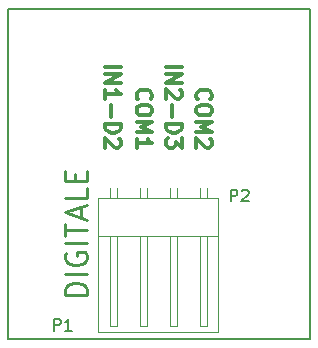
<source format=gbr>
G04 #@! TF.FileFunction,Legend,Top*
%FSLAX46Y46*%
G04 Gerber Fmt 4.6, Leading zero omitted, Abs format (unit mm)*
G04 Created by KiCad (PCBNEW 4.0.5) date 04/10/19 11:09:46*
%MOMM*%
%LPD*%
G01*
G04 APERTURE LIST*
%ADD10C,0.100000*%
%ADD11C,0.250000*%
%ADD12C,0.150000*%
%ADD13C,0.300000*%
%ADD14C,0.120000*%
G04 APERTURE END LIST*
D10*
D11*
X145325286Y-87003572D02*
X143525286Y-87003572D01*
X143525286Y-86575000D01*
X143611000Y-86317857D01*
X143782429Y-86146429D01*
X143953857Y-86060714D01*
X144296714Y-85975000D01*
X144553857Y-85975000D01*
X144896714Y-86060714D01*
X145068143Y-86146429D01*
X145239571Y-86317857D01*
X145325286Y-86575000D01*
X145325286Y-87003572D01*
X145325286Y-85203572D02*
X143525286Y-85203572D01*
X143611000Y-83403571D02*
X143525286Y-83575000D01*
X143525286Y-83832143D01*
X143611000Y-84089286D01*
X143782429Y-84260714D01*
X143953857Y-84346429D01*
X144296714Y-84432143D01*
X144553857Y-84432143D01*
X144896714Y-84346429D01*
X145068143Y-84260714D01*
X145239571Y-84089286D01*
X145325286Y-83832143D01*
X145325286Y-83660714D01*
X145239571Y-83403571D01*
X145153857Y-83317857D01*
X144553857Y-83317857D01*
X144553857Y-83660714D01*
X145325286Y-82546429D02*
X143525286Y-82546429D01*
X143525286Y-81946428D02*
X143525286Y-80917857D01*
X145325286Y-81432143D02*
X143525286Y-81432143D01*
X144811000Y-80403571D02*
X144811000Y-79546428D01*
X145325286Y-80574999D02*
X143525286Y-79974999D01*
X145325286Y-79374999D01*
X145325286Y-77917857D02*
X145325286Y-78775000D01*
X143525286Y-78775000D01*
X144382429Y-77317857D02*
X144382429Y-76717857D01*
X145325286Y-76460714D02*
X145325286Y-77317857D01*
X143525286Y-77317857D01*
X143525286Y-76460714D01*
D12*
X164241000Y-62745000D02*
X138711000Y-62745000D01*
X164241000Y-90675000D02*
X164241000Y-62745000D01*
X138711000Y-90675000D02*
X164241000Y-90675000D01*
X138711000Y-62745000D02*
X138711000Y-90675000D01*
D13*
X154746714Y-70391667D02*
X154684810Y-70329762D01*
X154622905Y-70144048D01*
X154622905Y-70020238D01*
X154684810Y-69834524D01*
X154808619Y-69710715D01*
X154932429Y-69648810D01*
X155180048Y-69586905D01*
X155365762Y-69586905D01*
X155613381Y-69648810D01*
X155737190Y-69710715D01*
X155861000Y-69834524D01*
X155922905Y-70020238D01*
X155922905Y-70144048D01*
X155861000Y-70329762D01*
X155799095Y-70391667D01*
X155922905Y-71196429D02*
X155922905Y-71444048D01*
X155861000Y-71567857D01*
X155737190Y-71691667D01*
X155489571Y-71753572D01*
X155056238Y-71753572D01*
X154808619Y-71691667D01*
X154684810Y-71567857D01*
X154622905Y-71444048D01*
X154622905Y-71196429D01*
X154684810Y-71072619D01*
X154808619Y-70948810D01*
X155056238Y-70886905D01*
X155489571Y-70886905D01*
X155737190Y-70948810D01*
X155861000Y-71072619D01*
X155922905Y-71196429D01*
X154622905Y-72310715D02*
X155922905Y-72310715D01*
X154994333Y-72744048D01*
X155922905Y-73177381D01*
X154622905Y-73177381D01*
X155799095Y-73734524D02*
X155861000Y-73796429D01*
X155922905Y-73920238D01*
X155922905Y-74229762D01*
X155861000Y-74353572D01*
X155799095Y-74415476D01*
X155675286Y-74477381D01*
X155551476Y-74477381D01*
X155365762Y-74415476D01*
X154622905Y-73672619D01*
X154622905Y-74477381D01*
X152072905Y-67667857D02*
X153372905Y-67667857D01*
X152072905Y-68286905D02*
X153372905Y-68286905D01*
X152072905Y-69029762D01*
X153372905Y-69029762D01*
X153249095Y-69586905D02*
X153311000Y-69648810D01*
X153372905Y-69772619D01*
X153372905Y-70082143D01*
X153311000Y-70205953D01*
X153249095Y-70267857D01*
X153125286Y-70329762D01*
X153001476Y-70329762D01*
X152815762Y-70267857D01*
X152072905Y-69525000D01*
X152072905Y-70329762D01*
X152568143Y-70886905D02*
X152568143Y-71877381D01*
X152072905Y-72496429D02*
X153372905Y-72496429D01*
X153372905Y-72805953D01*
X153311000Y-72991667D01*
X153187190Y-73115476D01*
X153063381Y-73177381D01*
X152815762Y-73239286D01*
X152630048Y-73239286D01*
X152382429Y-73177381D01*
X152258619Y-73115476D01*
X152134810Y-72991667D01*
X152072905Y-72805953D01*
X152072905Y-72496429D01*
X153372905Y-73672619D02*
X153372905Y-74477381D01*
X152877667Y-74044048D01*
X152877667Y-74229762D01*
X152815762Y-74353572D01*
X152753857Y-74415476D01*
X152630048Y-74477381D01*
X152320524Y-74477381D01*
X152196714Y-74415476D01*
X152134810Y-74353572D01*
X152072905Y-74229762D01*
X152072905Y-73858334D01*
X152134810Y-73734524D01*
X152196714Y-73672619D01*
X149696714Y-70391667D02*
X149634810Y-70329762D01*
X149572905Y-70144048D01*
X149572905Y-70020238D01*
X149634810Y-69834524D01*
X149758619Y-69710715D01*
X149882429Y-69648810D01*
X150130048Y-69586905D01*
X150315762Y-69586905D01*
X150563381Y-69648810D01*
X150687190Y-69710715D01*
X150811000Y-69834524D01*
X150872905Y-70020238D01*
X150872905Y-70144048D01*
X150811000Y-70329762D01*
X150749095Y-70391667D01*
X150872905Y-71196429D02*
X150872905Y-71444048D01*
X150811000Y-71567857D01*
X150687190Y-71691667D01*
X150439571Y-71753572D01*
X150006238Y-71753572D01*
X149758619Y-71691667D01*
X149634810Y-71567857D01*
X149572905Y-71444048D01*
X149572905Y-71196429D01*
X149634810Y-71072619D01*
X149758619Y-70948810D01*
X150006238Y-70886905D01*
X150439571Y-70886905D01*
X150687190Y-70948810D01*
X150811000Y-71072619D01*
X150872905Y-71196429D01*
X149572905Y-72310715D02*
X150872905Y-72310715D01*
X149944333Y-72744048D01*
X150872905Y-73177381D01*
X149572905Y-73177381D01*
X149572905Y-74477381D02*
X149572905Y-73734524D01*
X149572905Y-74105953D02*
X150872905Y-74105953D01*
X150687190Y-73982143D01*
X150563381Y-73858334D01*
X150501476Y-73734524D01*
X146922905Y-67667857D02*
X148222905Y-67667857D01*
X146922905Y-68286905D02*
X148222905Y-68286905D01*
X146922905Y-69029762D01*
X148222905Y-69029762D01*
X146922905Y-70329762D02*
X146922905Y-69586905D01*
X146922905Y-69958334D02*
X148222905Y-69958334D01*
X148037190Y-69834524D01*
X147913381Y-69710715D01*
X147851476Y-69586905D01*
X147418143Y-70886905D02*
X147418143Y-71877381D01*
X146922905Y-72496429D02*
X148222905Y-72496429D01*
X148222905Y-72805953D01*
X148161000Y-72991667D01*
X148037190Y-73115476D01*
X147913381Y-73177381D01*
X147665762Y-73239286D01*
X147480048Y-73239286D01*
X147232429Y-73177381D01*
X147108619Y-73115476D01*
X146984810Y-72991667D01*
X146922905Y-72805953D01*
X146922905Y-72496429D01*
X148099095Y-73734524D02*
X148161000Y-73796429D01*
X148222905Y-73920238D01*
X148222905Y-74229762D01*
X148161000Y-74353572D01*
X148099095Y-74415476D01*
X147975286Y-74477381D01*
X147851476Y-74477381D01*
X147665762Y-74415476D01*
X146922905Y-73672619D01*
X146922905Y-74477381D01*
D14*
X152999400Y-89589000D02*
X152999400Y-81989000D01*
X152359400Y-89589000D02*
X152999400Y-89589000D01*
X152359400Y-81989000D02*
X152359400Y-89589000D01*
X152359400Y-78789000D02*
X152359400Y-77889000D01*
X152999400Y-77889000D02*
X152999400Y-78789000D01*
X152999400Y-77889000D02*
X152999400Y-78789000D01*
X152359400Y-78789000D02*
X152359400Y-77889000D01*
X152359400Y-81989000D02*
X152359400Y-89589000D01*
X152359400Y-89589000D02*
X152999400Y-89589000D01*
X152999400Y-89589000D02*
X152999400Y-81989000D01*
X152999400Y-89589000D02*
X152999400Y-81989000D01*
X152359400Y-89589000D02*
X152999400Y-89589000D01*
X152359400Y-81989000D02*
X152359400Y-89589000D01*
X152359400Y-78789000D02*
X152359400Y-77889000D01*
X152999400Y-77889000D02*
X152999400Y-78789000D01*
X152999400Y-77889000D02*
X152999400Y-78789000D01*
X152359400Y-78789000D02*
X152359400Y-77889000D01*
X152359400Y-81989000D02*
X152359400Y-89589000D01*
X152359400Y-89589000D02*
X152999400Y-89589000D01*
X152999400Y-89589000D02*
X152999400Y-81989000D01*
X155539400Y-89589000D02*
X155539400Y-81989000D01*
X154899400Y-89589000D02*
X155539400Y-89589000D01*
X154899400Y-81989000D02*
X154899400Y-89589000D01*
X154899400Y-78789000D02*
X154899400Y-77889000D01*
X155539400Y-77889000D02*
X155539400Y-78789000D01*
X155539400Y-77889000D02*
X155539400Y-78789000D01*
X154899400Y-78789000D02*
X154899400Y-77889000D01*
X154899400Y-81989000D02*
X154899400Y-89589000D01*
X154899400Y-89589000D02*
X155539400Y-89589000D01*
X155539400Y-89589000D02*
X155539400Y-81989000D01*
X155539400Y-89589000D02*
X155539400Y-81989000D01*
X154899400Y-89589000D02*
X155539400Y-89589000D01*
X154899400Y-81989000D02*
X154899400Y-89589000D01*
X154899400Y-78789000D02*
X154899400Y-77889000D01*
X155539400Y-77889000D02*
X155539400Y-78789000D01*
X155539400Y-77889000D02*
X155539400Y-78789000D01*
X154899400Y-78789000D02*
X154899400Y-77889000D01*
X154899400Y-81989000D02*
X154899400Y-89589000D01*
X154899400Y-89589000D02*
X155539400Y-89589000D01*
X155539400Y-89589000D02*
X155539400Y-81989000D01*
X150459400Y-89589000D02*
X150459400Y-81989000D01*
X149819400Y-89589000D02*
X150459400Y-89589000D01*
X149819400Y-81989000D02*
X149819400Y-89589000D01*
X149819400Y-78789000D02*
X149819400Y-77889000D01*
X150459400Y-77889000D02*
X150459400Y-78789000D01*
X150459400Y-77889000D02*
X150459400Y-78789000D01*
X149819400Y-78789000D02*
X149819400Y-77889000D01*
X149819400Y-81989000D02*
X149819400Y-89589000D01*
X149819400Y-89589000D02*
X150459400Y-89589000D01*
X150459400Y-89589000D02*
X150459400Y-81989000D01*
X150459400Y-89589000D02*
X150459400Y-81989000D01*
X149819400Y-89589000D02*
X150459400Y-89589000D01*
X149819400Y-81989000D02*
X149819400Y-89589000D01*
X149819400Y-78789000D02*
X149819400Y-77889000D01*
X150459400Y-77889000D02*
X150459400Y-78789000D01*
X150459400Y-77889000D02*
X150459400Y-78789000D01*
X149819400Y-78789000D02*
X149819400Y-77889000D01*
X149819400Y-81989000D02*
X149819400Y-89589000D01*
X149819400Y-89589000D02*
X150459400Y-89589000D01*
X150459400Y-89589000D02*
X150459400Y-81989000D01*
X147919400Y-89589000D02*
X147919400Y-81989000D01*
X147279400Y-89589000D02*
X147919400Y-89589000D01*
X147279400Y-81989000D02*
X147279400Y-89589000D01*
X147279400Y-78789000D02*
X147279400Y-77889000D01*
X147919400Y-77889000D02*
X147919400Y-78789000D01*
X147919400Y-77889000D02*
X147919400Y-78789000D01*
X147279400Y-78789000D02*
X147279400Y-77889000D01*
X147279400Y-81989000D02*
X147279400Y-89589000D01*
X147279400Y-89589000D02*
X147919400Y-89589000D01*
X147919400Y-89589000D02*
X147919400Y-81989000D01*
X147919400Y-89589000D02*
X147919400Y-81989000D01*
X147279400Y-89589000D02*
X147919400Y-89589000D01*
X147279400Y-81989000D02*
X147279400Y-89589000D01*
X147279400Y-78789000D02*
X147279400Y-77889000D01*
X147919400Y-77889000D02*
X147919400Y-78789000D01*
X147919400Y-77889000D02*
X147919400Y-78789000D01*
X147279400Y-78789000D02*
X147279400Y-77889000D01*
X147279400Y-81989000D02*
X147279400Y-89589000D01*
X147279400Y-89589000D02*
X147919400Y-89589000D01*
X147919400Y-89589000D02*
X147919400Y-81989000D01*
X156409400Y-81989000D02*
X146309400Y-81989000D01*
X146309400Y-78789000D02*
X146309400Y-90099000D01*
X146309400Y-90099000D02*
X156409400Y-90099000D01*
X156409400Y-90099000D02*
X156409400Y-78789000D01*
X156409400Y-78789000D02*
X146309400Y-78789000D01*
D12*
X142552905Y-89987381D02*
X142552905Y-88987381D01*
X142933858Y-88987381D01*
X143029096Y-89035000D01*
X143076715Y-89082619D01*
X143124334Y-89177857D01*
X143124334Y-89320714D01*
X143076715Y-89415952D01*
X143029096Y-89463571D01*
X142933858Y-89511190D01*
X142552905Y-89511190D01*
X144076715Y-89987381D02*
X143505286Y-89987381D01*
X143791000Y-89987381D02*
X143791000Y-88987381D01*
X143695762Y-89130238D01*
X143600524Y-89225476D01*
X143505286Y-89273095D01*
X157522905Y-79047381D02*
X157522905Y-78047381D01*
X157903858Y-78047381D01*
X157999096Y-78095000D01*
X158046715Y-78142619D01*
X158094334Y-78237857D01*
X158094334Y-78380714D01*
X158046715Y-78475952D01*
X157999096Y-78523571D01*
X157903858Y-78571190D01*
X157522905Y-78571190D01*
X158475286Y-78142619D02*
X158522905Y-78095000D01*
X158618143Y-78047381D01*
X158856239Y-78047381D01*
X158951477Y-78095000D01*
X158999096Y-78142619D01*
X159046715Y-78237857D01*
X159046715Y-78333095D01*
X158999096Y-78475952D01*
X158427667Y-79047381D01*
X159046715Y-79047381D01*
M02*

</source>
